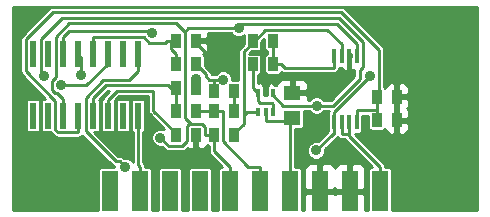
<source format=gbl>
%FSLAX46Y46*%
G04 Gerber Fmt 4.6, Leading zero omitted, Abs format (unit mm)*
G04 Created by KiCad (PCBNEW (2014-09-02 BZR 5112)-product) date 2014-11-08 5:57:07 PM*
%MOMM*%
G01*
G04 APERTURE LIST*
%ADD10C,0.150000*%
%ADD11R,0.299720X1.300480*%
%ADD12R,0.398780X0.797560*%
%ADD13R,0.599440X2.199640*%
%ADD14R,1.397000X1.143000*%
%ADD15R,0.812800X1.143000*%
%ADD16R,1.350000X3.500000*%
%ADD17C,0.889000*%
%ADD18C,0.254000*%
G04 APERTURE END LIST*
D10*
D11*
X125544600Y-87556000D03*
X126179600Y-87556000D03*
X126840000Y-87556000D03*
X127475000Y-87556000D03*
X127475000Y-93144000D03*
X126827300Y-93144000D03*
X126179600Y-93144000D03*
X125531900Y-93144000D03*
D12*
X119102300Y-90702440D03*
X119750000Y-90702440D03*
X120397700Y-90702440D03*
X120397700Y-92297560D03*
X119750000Y-92297560D03*
X119102300Y-92297560D03*
D13*
X108945000Y-92598420D03*
X107675000Y-92598420D03*
X106405000Y-92598420D03*
X105135000Y-92598420D03*
X103865000Y-92598420D03*
X102595000Y-92598420D03*
X101325000Y-92598420D03*
X100055000Y-92598420D03*
X100055000Y-87401580D03*
X101325000Y-87401580D03*
X102595000Y-87401580D03*
X103865000Y-87401580D03*
X105135000Y-87401580D03*
X106405000Y-87401580D03*
X107675000Y-87401580D03*
X108945000Y-87401580D03*
D14*
X122000000Y-92829500D03*
X122000000Y-90670500D03*
D15*
X129149100Y-93000000D03*
X130850900Y-93000000D03*
X112149100Y-88250000D03*
X113850900Y-88250000D03*
X113850900Y-86250000D03*
X112149100Y-86250000D03*
X112149100Y-92250000D03*
X113850900Y-92250000D03*
X112149100Y-90250000D03*
X113850900Y-90250000D03*
X112149100Y-94250000D03*
X113850900Y-94250000D03*
X129149100Y-91000000D03*
X130850900Y-91000000D03*
X120350900Y-86250000D03*
X118649100Y-86250000D03*
X118649100Y-88250000D03*
X120350900Y-88250000D03*
X117100900Y-94250000D03*
X115399100Y-94250000D03*
X115399100Y-92250000D03*
X117100900Y-92250000D03*
D16*
X106570000Y-99000000D03*
X109110000Y-99000000D03*
X111650000Y-99000000D03*
X114190000Y-99000000D03*
X116730000Y-99000000D03*
X119270000Y-99000000D03*
X121810000Y-99000000D03*
X124350000Y-99000000D03*
X126890000Y-99000000D03*
X129430000Y-99000000D03*
D15*
X115399100Y-90500000D03*
X117100900Y-90500000D03*
D17*
X124030000Y-95557300D03*
X128553500Y-89215700D03*
X110156500Y-85586500D03*
X110851400Y-94471500D03*
X117461800Y-85173100D03*
X106250000Y-94345942D03*
X115328574Y-88277281D03*
X113900000Y-89469202D03*
X117137779Y-88253952D03*
X98706800Y-95100000D03*
X119750000Y-89835900D03*
X110150000Y-96100000D03*
X126950000Y-89100000D03*
X129800000Y-85600000D03*
X100977000Y-89238500D03*
X124066400Y-91750000D03*
X107829470Y-96926421D03*
X116167031Y-89552591D03*
X104165436Y-89150664D03*
X102442610Y-90027492D03*
D18*
X125531900Y-93144000D02*
X125531900Y-94124700D01*
X124030000Y-95557300D02*
X125462600Y-94124700D01*
X125462600Y-94124700D02*
X125531900Y-94124700D01*
X102595000Y-87401600D02*
X102595000Y-85971300D01*
X110156500Y-85586500D02*
X110049900Y-85479900D01*
X110049900Y-85479900D02*
X103086400Y-85479900D01*
X103086400Y-85479900D02*
X102595000Y-85971300D01*
X125531900Y-92311250D02*
X128553500Y-89289650D01*
X128553500Y-89289650D02*
X128553500Y-89215700D01*
X125531900Y-93144000D02*
X125531900Y-92311250D01*
X113374100Y-93262300D02*
X112892200Y-92780500D01*
X112892200Y-92780500D02*
X112892200Y-85488100D01*
X114662200Y-94250000D02*
X114662200Y-93605200D01*
X114662200Y-93605200D02*
X114404900Y-93347900D01*
X114404900Y-93347900D02*
X113459600Y-93347900D01*
X113459600Y-93347900D02*
X113374100Y-93262300D01*
X113374100Y-93262300D02*
X113113900Y-93522500D01*
X113113900Y-93522500D02*
X113113900Y-94737000D01*
X113113900Y-94737000D02*
X112698800Y-95152100D01*
X112698800Y-95152100D02*
X111532000Y-95152100D01*
X111532000Y-95152100D02*
X110851400Y-94471500D01*
X117461800Y-85173100D02*
X117772200Y-84862700D01*
X117772200Y-84862700D02*
X125762400Y-84862700D01*
X125762400Y-84862700D02*
X127475000Y-86575300D01*
X115399100Y-94250000D02*
X114662200Y-94250000D01*
X112892200Y-85488100D02*
X113207200Y-85173100D01*
X113207200Y-85173100D02*
X117461800Y-85173100D01*
X116730000Y-96919500D02*
X115399100Y-95588600D01*
X115399100Y-95588600D02*
X115399100Y-94250000D01*
X127475000Y-87556000D02*
X127475000Y-86575300D01*
X116730000Y-99000000D02*
X116730000Y-96919500D01*
X101964700Y-85934600D02*
X103113300Y-84786000D01*
X103113300Y-84786000D02*
X112190100Y-84786000D01*
X101650579Y-89688156D02*
X101964700Y-89374035D01*
X102595000Y-92598400D02*
X102595000Y-91227926D01*
X101929898Y-90711189D02*
X101650579Y-90431870D01*
X102595000Y-91227926D02*
X102078263Y-90711189D01*
X102078263Y-90711189D02*
X101929898Y-90711189D01*
X101964700Y-89374035D02*
X101964700Y-85934600D01*
X112190100Y-84786000D02*
X112892200Y-85488100D01*
X101650579Y-90431870D02*
X101650579Y-89688156D01*
X115328574Y-88277281D02*
X115328574Y-88681843D01*
X117137779Y-88253952D02*
X115756465Y-88253952D01*
X115756465Y-88253952D02*
X115328574Y-88681843D01*
X115328574Y-88053226D02*
X115328574Y-88277281D01*
X113900000Y-89469202D02*
X113900000Y-90200900D01*
X113900000Y-90200900D02*
X113850900Y-90250000D01*
X115328574Y-87892774D02*
X115328574Y-88053226D01*
X113850900Y-86415100D02*
X115328574Y-87892774D01*
X113850900Y-86250000D02*
X113850900Y-86415100D01*
X98706800Y-95006800D02*
X98706800Y-94906800D01*
X98706800Y-95100000D02*
X98706800Y-95006800D01*
X98706800Y-95100000D02*
X98706800Y-95006800D01*
X98706800Y-95006800D02*
X98400000Y-94700000D01*
X98400000Y-94700000D02*
X98400000Y-83400000D01*
X98400000Y-83400000D02*
X137600000Y-83400000D01*
X137600000Y-83400000D02*
X137600000Y-100600000D01*
X137600000Y-100600000D02*
X130500000Y-100600000D01*
X119750000Y-90702400D02*
X119750000Y-89835900D01*
X126840000Y-88990000D02*
X126950000Y-89100000D01*
X126840000Y-87556000D02*
X126840000Y-88990000D01*
X120397700Y-90702400D02*
X120397700Y-90882100D01*
X120397700Y-90882100D02*
X121265600Y-91750000D01*
X121265600Y-91750000D02*
X124066400Y-91750000D01*
X102530700Y-84315200D02*
X100694700Y-86151200D01*
X124066400Y-91750000D02*
X125446558Y-91750000D01*
X127724701Y-89471857D02*
X127724701Y-88720316D01*
X127724701Y-88720316D02*
X127960500Y-88484517D01*
X127960500Y-88484517D02*
X127960500Y-86350500D01*
X127960500Y-86350500D02*
X125925200Y-84315200D01*
X100694700Y-86151200D02*
X100694700Y-88956200D01*
X125446558Y-91750000D02*
X127724701Y-89471857D01*
X125925200Y-84315200D02*
X102530700Y-84315200D01*
X100694700Y-88956200D02*
X100977000Y-89238500D01*
X115399100Y-92250000D02*
X116136000Y-92250000D01*
X119270000Y-99000000D02*
X119270000Y-96919500D01*
X119270000Y-96919500D02*
X118264500Y-96919500D01*
X118264500Y-96919500D02*
X116136000Y-94791000D01*
X116136000Y-94791000D02*
X116136000Y-92250000D01*
X115399100Y-92250000D02*
X113850900Y-92250000D01*
X107052105Y-96481922D02*
X107384971Y-96481922D01*
X104504700Y-93934517D02*
X107052105Y-96481922D01*
X104504700Y-91107116D02*
X104504700Y-93934517D01*
X106026235Y-89585581D02*
X104504700Y-91107116D01*
X108945000Y-88831900D02*
X108191320Y-89585580D01*
X108945000Y-87401600D02*
X108945000Y-88831900D01*
X107384971Y-96481922D02*
X107829470Y-96926421D01*
X108191320Y-89585580D02*
X106026235Y-89585581D01*
X108945000Y-94028700D02*
X108945000Y-96754500D01*
X108945000Y-96754500D02*
X109110000Y-96919500D01*
X109110000Y-99000000D02*
X109110000Y-96919500D01*
X108945000Y-92598400D02*
X108945000Y-94028700D01*
X126827300Y-94124700D02*
X126827300Y-93144000D01*
X129430000Y-96919500D02*
X126827300Y-94316800D01*
X126827300Y-94316800D02*
X126827300Y-94124700D01*
X126179600Y-94124700D02*
X126827300Y-94124700D01*
X126179600Y-93144000D02*
X126179600Y-94124700D01*
X129430000Y-99000000D02*
X129430000Y-96919500D01*
X121810000Y-93026900D02*
X119750000Y-93026900D01*
X122000000Y-93026700D02*
X121999800Y-93026900D01*
X121999800Y-93026900D02*
X121810000Y-93026900D01*
X121810000Y-96919500D02*
X121810000Y-93026900D01*
X121810000Y-99000000D02*
X121810000Y-96919500D01*
X119750000Y-92297600D02*
X119750000Y-93026900D01*
X122000000Y-92829500D02*
X122000000Y-93026700D01*
X114988391Y-89552591D02*
X115303300Y-89552591D01*
X115303300Y-89552591D02*
X115538414Y-89552591D01*
X115399100Y-90500000D02*
X115399100Y-89674500D01*
X115399100Y-89674500D02*
X115303300Y-89578700D01*
X115303300Y-89578700D02*
X115303300Y-89552591D01*
X115399100Y-90500000D02*
X115399100Y-90334900D01*
X115538414Y-89552591D02*
X116167031Y-89552591D01*
X114674701Y-89238901D02*
X114988391Y-89552591D01*
X114674701Y-89097345D02*
X114674701Y-89238901D01*
X113850900Y-88250000D02*
X113850900Y-88273544D01*
X113850900Y-88273544D02*
X114674701Y-89097345D01*
X120350900Y-88250000D02*
X121087800Y-88250000D01*
X121087800Y-88250000D02*
X121374500Y-88536700D01*
X121374500Y-88536700D02*
X125544600Y-88536700D01*
X120350900Y-88250000D02*
X120350900Y-86250000D01*
X125544600Y-87556000D02*
X125544600Y-88536700D01*
X117912499Y-93273301D02*
X117912499Y-92583000D01*
X117912499Y-92583000D02*
X117912499Y-87170901D01*
X119102300Y-92297560D02*
X118197939Y-92297560D01*
X118197939Y-92297560D02*
X117912499Y-92583000D01*
X117100900Y-94250000D02*
X117100900Y-94084900D01*
X117100900Y-94084900D02*
X117912499Y-93273301D01*
X117912499Y-87170901D02*
X118833400Y-86250000D01*
X118833400Y-86250000D02*
X119735500Y-85347900D01*
X119735500Y-85347900D02*
X124952200Y-85347900D01*
X124952200Y-85347900D02*
X126179600Y-86575300D01*
X126179600Y-87556000D02*
X126179600Y-86575300D01*
X118649100Y-86250000D02*
X118833400Y-86250000D01*
X129149100Y-92163300D02*
X129149100Y-91000000D01*
X129149100Y-92163300D02*
X129149100Y-93000000D01*
X129149100Y-92163300D02*
X127475000Y-92163300D01*
X127475000Y-93144000D02*
X127475000Y-92163300D01*
X101955300Y-93827500D02*
X102156500Y-94028700D01*
X99424700Y-86146300D02*
X99424700Y-88852583D01*
X101790516Y-91168399D02*
X101955300Y-91333183D01*
X101740516Y-91168399D02*
X101790516Y-91168399D01*
X129359100Y-90790000D02*
X129359100Y-87038900D01*
X126177800Y-83857600D02*
X101713400Y-83857600D01*
X102156500Y-94028700D02*
X103865000Y-94028700D01*
X103865000Y-94028700D02*
X103865000Y-92598400D01*
X129359100Y-87038900D02*
X126177800Y-83857600D01*
X129149100Y-91000000D02*
X129359100Y-90790000D01*
X99424700Y-88852583D02*
X101740516Y-91168399D01*
X101955300Y-91333183D02*
X101955300Y-93827500D01*
X101713400Y-83857600D02*
X99424700Y-86146300D01*
X118649100Y-88250000D02*
X118649100Y-89152000D01*
X119102000Y-90702400D02*
X118649100Y-90249500D01*
X118649100Y-90249500D02*
X118649100Y-89152000D01*
X119102300Y-90702400D02*
X119102000Y-90702400D01*
X119102000Y-90702400D02*
X119102000Y-91355200D01*
X119102000Y-91355200D02*
X119316000Y-91568600D01*
X119316000Y-91568600D02*
X120321000Y-91568600D01*
X120321000Y-91568600D02*
X120398000Y-91644800D01*
X120398000Y-91644800D02*
X120398000Y-91971200D01*
X120398000Y-91971200D02*
X120397700Y-91971500D01*
X120397700Y-91971500D02*
X120397700Y-92297600D01*
X120398000Y-91971200D02*
X120398000Y-92297600D01*
X104165436Y-88522047D02*
X104165436Y-89150664D01*
X104165436Y-87702036D02*
X104165436Y-88522047D01*
X103865000Y-87401600D02*
X104165436Y-87702036D01*
X112149100Y-88250000D02*
X112149100Y-87348000D01*
X111780700Y-86250000D02*
X111780700Y-86979600D01*
X111780700Y-86979600D02*
X112149100Y-87348000D01*
X111780700Y-86250000D02*
X111412200Y-86250000D01*
X112149100Y-86250000D02*
X111780700Y-86250000D01*
X105135000Y-85971300D02*
X109445300Y-85971300D01*
X109445300Y-85971300D02*
X109890500Y-86416500D01*
X109890500Y-86416500D02*
X111245700Y-86416500D01*
X111245700Y-86416500D02*
X111412200Y-86250000D01*
X105135000Y-87401600D02*
X105135000Y-85971300D01*
X103071227Y-90027492D02*
X102442610Y-90027492D01*
X106405000Y-88201680D02*
X104579188Y-90027492D01*
X104579188Y-90027492D02*
X103071227Y-90027492D01*
X106405000Y-87401580D02*
X106405000Y-88201680D01*
X105135000Y-91123408D02*
X105135000Y-92598400D01*
X106215618Y-90042790D02*
X105135000Y-91123408D01*
X111501690Y-90042790D02*
X106215618Y-90042790D01*
X112149100Y-90690200D02*
X111501690Y-90042790D01*
X112149100Y-90690200D02*
X112149100Y-90250000D01*
X112149100Y-92250000D02*
X112149100Y-90690200D01*
X112149100Y-94250000D02*
X112149100Y-94084900D01*
X112149100Y-94084900D02*
X110250000Y-92185800D01*
X110250000Y-92185800D02*
X110250000Y-90500000D01*
X107149600Y-90500000D02*
X110250000Y-90500000D01*
X106405000Y-92598420D02*
X106405000Y-91244600D01*
X106405000Y-91244600D02*
X107149600Y-90500000D01*
X117100900Y-90500000D02*
X117100900Y-92250000D01*
X117100900Y-92250000D02*
X117100900Y-91848700D01*
G36*
X113997900Y-90377000D02*
X113977900Y-90377000D01*
X113977900Y-90397000D01*
X113723900Y-90397000D01*
X113723900Y-90377000D01*
X113703900Y-90377000D01*
X113703900Y-90123000D01*
X113723900Y-90123000D01*
X113723900Y-90103000D01*
X113977900Y-90103000D01*
X113977900Y-90123000D01*
X113997900Y-90123000D01*
X113997900Y-90377000D01*
X113997900Y-90377000D01*
G37*
X113997900Y-90377000D02*
X113977900Y-90377000D01*
X113977900Y-90397000D01*
X113723900Y-90397000D01*
X113723900Y-90377000D01*
X113703900Y-90377000D01*
X113703900Y-90123000D01*
X113723900Y-90123000D01*
X113723900Y-90103000D01*
X113977900Y-90103000D01*
X113977900Y-90123000D01*
X113997900Y-90123000D01*
X113997900Y-90377000D01*
G36*
X116083722Y-96919800D02*
X115989319Y-96919800D01*
X115867957Y-96970070D01*
X115775070Y-97062957D01*
X115724800Y-97184319D01*
X115724800Y-97315681D01*
X115724800Y-100619800D01*
X115195200Y-100619800D01*
X115195200Y-97184319D01*
X115144930Y-97062957D01*
X115052043Y-96970070D01*
X114930681Y-96919800D01*
X114799319Y-96919800D01*
X113449319Y-96919800D01*
X113327957Y-96970070D01*
X113235070Y-97062957D01*
X113184800Y-97184319D01*
X113184800Y-97315681D01*
X113184800Y-100619800D01*
X112655200Y-100619800D01*
X112655200Y-97184319D01*
X112604930Y-97062957D01*
X112512043Y-96970070D01*
X112390681Y-96919800D01*
X112259319Y-96919800D01*
X110909319Y-96919800D01*
X110787957Y-96970070D01*
X110695070Y-97062957D01*
X110644800Y-97184319D01*
X110644800Y-97315681D01*
X110644800Y-100619800D01*
X110115200Y-100619800D01*
X110115200Y-97184319D01*
X110064930Y-97062957D01*
X109972043Y-96970070D01*
X109850681Y-96919800D01*
X109719319Y-96919800D01*
X109567200Y-96919800D01*
X109567200Y-96919500D01*
X109532398Y-96744537D01*
X109433289Y-96596211D01*
X109402200Y-96565122D01*
X109402200Y-94028700D01*
X109402200Y-93990415D01*
X109431763Y-93978170D01*
X109524650Y-93885283D01*
X109574920Y-93763921D01*
X109574920Y-93632559D01*
X109574920Y-91432919D01*
X109524650Y-91311557D01*
X109431763Y-91218670D01*
X109310401Y-91168400D01*
X109179039Y-91168400D01*
X108579599Y-91168400D01*
X108458237Y-91218670D01*
X108365350Y-91311557D01*
X108315080Y-91432919D01*
X108315080Y-91564281D01*
X108315080Y-93763921D01*
X108365350Y-93885283D01*
X108458237Y-93978170D01*
X108487800Y-93990415D01*
X108487800Y-94028700D01*
X108487800Y-96491039D01*
X108486611Y-96488162D01*
X108304920Y-96306153D01*
X108304920Y-93763921D01*
X108304920Y-93632559D01*
X108304920Y-91432919D01*
X108254650Y-91311557D01*
X108161763Y-91218670D01*
X108040401Y-91168400D01*
X107909039Y-91168400D01*
X107309599Y-91168400D01*
X107188237Y-91218670D01*
X107095350Y-91311557D01*
X107045080Y-91432919D01*
X107045080Y-91564281D01*
X107045080Y-93763921D01*
X107095350Y-93885283D01*
X107188237Y-93978170D01*
X107309599Y-94028440D01*
X107440961Y-94028440D01*
X108040401Y-94028440D01*
X108161763Y-93978170D01*
X108254650Y-93885283D01*
X108304920Y-93763921D01*
X108304920Y-96306153D01*
X108268875Y-96270045D01*
X107984243Y-96151856D01*
X107697743Y-96151605D01*
X107559934Y-96059524D01*
X107384971Y-96024722D01*
X107241482Y-96024722D01*
X105245200Y-94028440D01*
X105500401Y-94028440D01*
X105621763Y-93978170D01*
X105714650Y-93885283D01*
X105764920Y-93763921D01*
X105764920Y-93632559D01*
X105764920Y-91432919D01*
X105714650Y-91311557D01*
X105654039Y-91250946D01*
X106404996Y-90499990D01*
X106503031Y-90499990D01*
X106081711Y-90921311D01*
X105982602Y-91069637D01*
X105956075Y-91202996D01*
X105918237Y-91218670D01*
X105825350Y-91311557D01*
X105775080Y-91432919D01*
X105775080Y-91564281D01*
X105775080Y-93763921D01*
X105825350Y-93885283D01*
X105918237Y-93978170D01*
X106039599Y-94028440D01*
X106170961Y-94028440D01*
X106770401Y-94028440D01*
X106891763Y-93978170D01*
X106984650Y-93885283D01*
X107034920Y-93763921D01*
X107034920Y-93632559D01*
X107034920Y-91432919D01*
X106984650Y-91311557D01*
X106984635Y-91311542D01*
X107338978Y-90957200D01*
X109792800Y-90957200D01*
X109792800Y-92185800D01*
X109827602Y-92360763D01*
X109926711Y-92509089D01*
X111191519Y-93773897D01*
X111006173Y-93696935D01*
X110697979Y-93696666D01*
X110413141Y-93814359D01*
X110195024Y-94032095D01*
X110076835Y-94316727D01*
X110076566Y-94624921D01*
X110194259Y-94909759D01*
X110411995Y-95127876D01*
X110696627Y-95246065D01*
X110979634Y-95246312D01*
X111208711Y-95475389D01*
X111357037Y-95574498D01*
X111532000Y-95609300D01*
X112698800Y-95609300D01*
X112873763Y-95574498D01*
X113022089Y-95475389D01*
X113122171Y-95375306D01*
X113318191Y-95456500D01*
X113565150Y-95456500D01*
X113723900Y-95297750D01*
X113723900Y-94377000D01*
X113703900Y-94377000D01*
X113703900Y-94123000D01*
X113723900Y-94123000D01*
X113723900Y-94103000D01*
X113977900Y-94103000D01*
X113977900Y-94123000D01*
X113997900Y-94123000D01*
X113997900Y-94377000D01*
X113977900Y-94377000D01*
X113977900Y-95297750D01*
X114136650Y-95456500D01*
X114383609Y-95456500D01*
X114616998Y-95359827D01*
X114795627Y-95181199D01*
X114825298Y-95109565D01*
X114927019Y-95151700D01*
X114941900Y-95151700D01*
X114941900Y-95588600D01*
X114976702Y-95763563D01*
X115075811Y-95911889D01*
X116083722Y-96919800D01*
X116083722Y-96919800D01*
G37*
X116083722Y-96919800D02*
X115989319Y-96919800D01*
X115867957Y-96970070D01*
X115775070Y-97062957D01*
X115724800Y-97184319D01*
X115724800Y-97315681D01*
X115724800Y-100619800D01*
X115195200Y-100619800D01*
X115195200Y-97184319D01*
X115144930Y-97062957D01*
X115052043Y-96970070D01*
X114930681Y-96919800D01*
X114799319Y-96919800D01*
X113449319Y-96919800D01*
X113327957Y-96970070D01*
X113235070Y-97062957D01*
X113184800Y-97184319D01*
X113184800Y-97315681D01*
X113184800Y-100619800D01*
X112655200Y-100619800D01*
X112655200Y-97184319D01*
X112604930Y-97062957D01*
X112512043Y-96970070D01*
X112390681Y-96919800D01*
X112259319Y-96919800D01*
X110909319Y-96919800D01*
X110787957Y-96970070D01*
X110695070Y-97062957D01*
X110644800Y-97184319D01*
X110644800Y-97315681D01*
X110644800Y-100619800D01*
X110115200Y-100619800D01*
X110115200Y-97184319D01*
X110064930Y-97062957D01*
X109972043Y-96970070D01*
X109850681Y-96919800D01*
X109719319Y-96919800D01*
X109567200Y-96919800D01*
X109567200Y-96919500D01*
X109532398Y-96744537D01*
X109433289Y-96596211D01*
X109402200Y-96565122D01*
X109402200Y-94028700D01*
X109402200Y-93990415D01*
X109431763Y-93978170D01*
X109524650Y-93885283D01*
X109574920Y-93763921D01*
X109574920Y-93632559D01*
X109574920Y-91432919D01*
X109524650Y-91311557D01*
X109431763Y-91218670D01*
X109310401Y-91168400D01*
X109179039Y-91168400D01*
X108579599Y-91168400D01*
X108458237Y-91218670D01*
X108365350Y-91311557D01*
X108315080Y-91432919D01*
X108315080Y-91564281D01*
X108315080Y-93763921D01*
X108365350Y-93885283D01*
X108458237Y-93978170D01*
X108487800Y-93990415D01*
X108487800Y-94028700D01*
X108487800Y-96491039D01*
X108486611Y-96488162D01*
X108304920Y-96306153D01*
X108304920Y-93763921D01*
X108304920Y-93632559D01*
X108304920Y-91432919D01*
X108254650Y-91311557D01*
X108161763Y-91218670D01*
X108040401Y-91168400D01*
X107909039Y-91168400D01*
X107309599Y-91168400D01*
X107188237Y-91218670D01*
X107095350Y-91311557D01*
X107045080Y-91432919D01*
X107045080Y-91564281D01*
X107045080Y-93763921D01*
X107095350Y-93885283D01*
X107188237Y-93978170D01*
X107309599Y-94028440D01*
X107440961Y-94028440D01*
X108040401Y-94028440D01*
X108161763Y-93978170D01*
X108254650Y-93885283D01*
X108304920Y-93763921D01*
X108304920Y-96306153D01*
X108268875Y-96270045D01*
X107984243Y-96151856D01*
X107697743Y-96151605D01*
X107559934Y-96059524D01*
X107384971Y-96024722D01*
X107241482Y-96024722D01*
X105245200Y-94028440D01*
X105500401Y-94028440D01*
X105621763Y-93978170D01*
X105714650Y-93885283D01*
X105764920Y-93763921D01*
X105764920Y-93632559D01*
X105764920Y-91432919D01*
X105714650Y-91311557D01*
X105654039Y-91250946D01*
X106404996Y-90499990D01*
X106503031Y-90499990D01*
X106081711Y-90921311D01*
X105982602Y-91069637D01*
X105956075Y-91202996D01*
X105918237Y-91218670D01*
X105825350Y-91311557D01*
X105775080Y-91432919D01*
X105775080Y-91564281D01*
X105775080Y-93763921D01*
X105825350Y-93885283D01*
X105918237Y-93978170D01*
X106039599Y-94028440D01*
X106170961Y-94028440D01*
X106770401Y-94028440D01*
X106891763Y-93978170D01*
X106984650Y-93885283D01*
X107034920Y-93763921D01*
X107034920Y-93632559D01*
X107034920Y-91432919D01*
X106984650Y-91311557D01*
X106984635Y-91311542D01*
X107338978Y-90957200D01*
X109792800Y-90957200D01*
X109792800Y-92185800D01*
X109827602Y-92360763D01*
X109926711Y-92509089D01*
X111191519Y-93773897D01*
X111006173Y-93696935D01*
X110697979Y-93696666D01*
X110413141Y-93814359D01*
X110195024Y-94032095D01*
X110076835Y-94316727D01*
X110076566Y-94624921D01*
X110194259Y-94909759D01*
X110411995Y-95127876D01*
X110696627Y-95246065D01*
X110979634Y-95246312D01*
X111208711Y-95475389D01*
X111357037Y-95574498D01*
X111532000Y-95609300D01*
X112698800Y-95609300D01*
X112873763Y-95574498D01*
X113022089Y-95475389D01*
X113122171Y-95375306D01*
X113318191Y-95456500D01*
X113565150Y-95456500D01*
X113723900Y-95297750D01*
X113723900Y-94377000D01*
X113703900Y-94377000D01*
X113703900Y-94123000D01*
X113723900Y-94123000D01*
X113723900Y-94103000D01*
X113977900Y-94103000D01*
X113977900Y-94123000D01*
X113997900Y-94123000D01*
X113997900Y-94377000D01*
X113977900Y-94377000D01*
X113977900Y-95297750D01*
X114136650Y-95456500D01*
X114383609Y-95456500D01*
X114616998Y-95359827D01*
X114795627Y-95181199D01*
X114825298Y-95109565D01*
X114927019Y-95151700D01*
X114941900Y-95151700D01*
X114941900Y-95588600D01*
X114976702Y-95763563D01*
X115075811Y-95911889D01*
X116083722Y-96919800D01*
G36*
X117912500Y-86524322D02*
X117589210Y-86847612D01*
X117490101Y-86995938D01*
X117455299Y-87170901D01*
X117455299Y-89598300D01*
X117441619Y-89598300D01*
X116941691Y-89598300D01*
X116941865Y-89399170D01*
X116824172Y-89114332D01*
X116606436Y-88896215D01*
X116321804Y-88778026D01*
X116013610Y-88777757D01*
X115728772Y-88895450D01*
X115528481Y-89095391D01*
X115303300Y-89095391D01*
X115177769Y-89095391D01*
X115120026Y-89037648D01*
X115097099Y-88922382D01*
X114997991Y-88774056D01*
X114587500Y-88363565D01*
X114587500Y-87612819D01*
X114537230Y-87491457D01*
X114467517Y-87421744D01*
X114616998Y-87359827D01*
X114795627Y-87181199D01*
X114892300Y-86947810D01*
X114892300Y-86695191D01*
X114892300Y-86535750D01*
X114733550Y-86377000D01*
X113977900Y-86377000D01*
X113977900Y-86397000D01*
X113723900Y-86397000D01*
X113723900Y-86377000D01*
X113703900Y-86377000D01*
X113703900Y-86123000D01*
X113723900Y-86123000D01*
X113723900Y-86103000D01*
X113977900Y-86103000D01*
X113977900Y-86123000D01*
X114733550Y-86123000D01*
X114892300Y-85964250D01*
X114892300Y-85804809D01*
X114892300Y-85630300D01*
X116823566Y-85630300D01*
X117022395Y-85829476D01*
X117307027Y-85947665D01*
X117615221Y-85947934D01*
X117900059Y-85830241D01*
X117912500Y-85817821D01*
X117912500Y-86524322D01*
X117912500Y-86524322D01*
G37*
X117912500Y-86524322D02*
X117589210Y-86847612D01*
X117490101Y-86995938D01*
X117455299Y-87170901D01*
X117455299Y-89598300D01*
X117441619Y-89598300D01*
X116941691Y-89598300D01*
X116941865Y-89399170D01*
X116824172Y-89114332D01*
X116606436Y-88896215D01*
X116321804Y-88778026D01*
X116013610Y-88777757D01*
X115728772Y-88895450D01*
X115528481Y-89095391D01*
X115303300Y-89095391D01*
X115177769Y-89095391D01*
X115120026Y-89037648D01*
X115097099Y-88922382D01*
X114997991Y-88774056D01*
X114587500Y-88363565D01*
X114587500Y-87612819D01*
X114537230Y-87491457D01*
X114467517Y-87421744D01*
X114616998Y-87359827D01*
X114795627Y-87181199D01*
X114892300Y-86947810D01*
X114892300Y-86695191D01*
X114892300Y-86535750D01*
X114733550Y-86377000D01*
X113977900Y-86377000D01*
X113977900Y-86397000D01*
X113723900Y-86397000D01*
X113723900Y-86377000D01*
X113703900Y-86377000D01*
X113703900Y-86123000D01*
X113723900Y-86123000D01*
X113723900Y-86103000D01*
X113977900Y-86103000D01*
X113977900Y-86123000D01*
X114733550Y-86123000D01*
X114892300Y-85964250D01*
X114892300Y-85804809D01*
X114892300Y-85630300D01*
X116823566Y-85630300D01*
X117022395Y-85829476D01*
X117307027Y-85947665D01*
X117615221Y-85947934D01*
X117900059Y-85830241D01*
X117912500Y-85817821D01*
X117912500Y-86524322D01*
G36*
X127267501Y-89282479D02*
X125257180Y-91292800D01*
X124704633Y-91292800D01*
X124505805Y-91093624D01*
X124221173Y-90975435D01*
X123912979Y-90975166D01*
X123628141Y-91092859D01*
X123427850Y-91292800D01*
X123333500Y-91292800D01*
X123333500Y-90956250D01*
X123333500Y-90384750D01*
X123333500Y-89972691D01*
X123236827Y-89739302D01*
X123058199Y-89560673D01*
X122824810Y-89464000D01*
X122572191Y-89464000D01*
X122285750Y-89464000D01*
X122127000Y-89622750D01*
X122127000Y-90543500D01*
X123174750Y-90543500D01*
X123333500Y-90384750D01*
X123333500Y-90956250D01*
X123174750Y-90797500D01*
X122127000Y-90797500D01*
X122127000Y-90817500D01*
X121873000Y-90817500D01*
X121873000Y-90797500D01*
X121853000Y-90797500D01*
X121853000Y-90543500D01*
X121873000Y-90543500D01*
X121873000Y-89622750D01*
X121714250Y-89464000D01*
X121427809Y-89464000D01*
X121175190Y-89464000D01*
X120941801Y-89560673D01*
X120763173Y-89739302D01*
X120666500Y-89972691D01*
X120666500Y-89975004D01*
X120662771Y-89973460D01*
X120531409Y-89973460D01*
X120499935Y-89973460D01*
X120487717Y-89943961D01*
X120309088Y-89765333D01*
X120075699Y-89668660D01*
X120008445Y-89668660D01*
X119849695Y-89827410D01*
X119849695Y-90575440D01*
X119868110Y-90575440D01*
X119868110Y-90829440D01*
X119849695Y-90829440D01*
X119849695Y-90849440D01*
X119650305Y-90849440D01*
X119650305Y-90829440D01*
X119631890Y-90829440D01*
X119631890Y-90575440D01*
X119650305Y-90575440D01*
X119650305Y-89827410D01*
X119491555Y-89668660D01*
X119424301Y-89668660D01*
X119190912Y-89765333D01*
X119106300Y-89849944D01*
X119106300Y-89152000D01*
X119106300Y-89151700D01*
X119121181Y-89151700D01*
X119242543Y-89101430D01*
X119335430Y-89008543D01*
X119385700Y-88887181D01*
X119385700Y-88755819D01*
X119385700Y-87612819D01*
X119335430Y-87491457D01*
X119242543Y-87398570D01*
X119121181Y-87348300D01*
X118989819Y-87348300D01*
X118381678Y-87348300D01*
X118578278Y-87151700D01*
X119121181Y-87151700D01*
X119242543Y-87101430D01*
X119335430Y-87008543D01*
X119385700Y-86887181D01*
X119385700Y-86755819D01*
X119385700Y-86344278D01*
X119614300Y-86115678D01*
X119614300Y-86887181D01*
X119664570Y-87008543D01*
X119757457Y-87101430D01*
X119878819Y-87151700D01*
X119893700Y-87151700D01*
X119893700Y-87348300D01*
X119878819Y-87348300D01*
X119757457Y-87398570D01*
X119664570Y-87491457D01*
X119614300Y-87612819D01*
X119614300Y-87744181D01*
X119614300Y-88887181D01*
X119664570Y-89008543D01*
X119757457Y-89101430D01*
X119878819Y-89151700D01*
X120010181Y-89151700D01*
X120822981Y-89151700D01*
X120944343Y-89101430D01*
X121037230Y-89008543D01*
X121087500Y-88887181D01*
X121087500Y-88884236D01*
X121199537Y-88959098D01*
X121374500Y-88993900D01*
X125544600Y-88993900D01*
X125719563Y-88959098D01*
X125867889Y-88859989D01*
X125966998Y-88711663D01*
X126001800Y-88536700D01*
X126001800Y-88536440D01*
X126095421Y-88536440D01*
X126139594Y-88536440D01*
X126151813Y-88565939D01*
X126330442Y-88744567D01*
X126563831Y-88841240D01*
X126606320Y-88841240D01*
X126765070Y-88682490D01*
X126765070Y-87683000D01*
X126693000Y-87683000D01*
X126693000Y-87429000D01*
X126765070Y-87429000D01*
X126765070Y-87409000D01*
X126914930Y-87409000D01*
X126914930Y-87429000D01*
X126987000Y-87429000D01*
X126987000Y-87683000D01*
X126914930Y-87683000D01*
X126914930Y-88682490D01*
X127073680Y-88841240D01*
X127116169Y-88841240D01*
X127267501Y-88778556D01*
X127267501Y-89282479D01*
X127267501Y-89282479D01*
G37*
X127267501Y-89282479D02*
X125257180Y-91292800D01*
X124704633Y-91292800D01*
X124505805Y-91093624D01*
X124221173Y-90975435D01*
X123912979Y-90975166D01*
X123628141Y-91092859D01*
X123427850Y-91292800D01*
X123333500Y-91292800D01*
X123333500Y-90956250D01*
X123333500Y-90384750D01*
X123333500Y-89972691D01*
X123236827Y-89739302D01*
X123058199Y-89560673D01*
X122824810Y-89464000D01*
X122572191Y-89464000D01*
X122285750Y-89464000D01*
X122127000Y-89622750D01*
X122127000Y-90543500D01*
X123174750Y-90543500D01*
X123333500Y-90384750D01*
X123333500Y-90956250D01*
X123174750Y-90797500D01*
X122127000Y-90797500D01*
X122127000Y-90817500D01*
X121873000Y-90817500D01*
X121873000Y-90797500D01*
X121853000Y-90797500D01*
X121853000Y-90543500D01*
X121873000Y-90543500D01*
X121873000Y-89622750D01*
X121714250Y-89464000D01*
X121427809Y-89464000D01*
X121175190Y-89464000D01*
X120941801Y-89560673D01*
X120763173Y-89739302D01*
X120666500Y-89972691D01*
X120666500Y-89975004D01*
X120662771Y-89973460D01*
X120531409Y-89973460D01*
X120499935Y-89973460D01*
X120487717Y-89943961D01*
X120309088Y-89765333D01*
X120075699Y-89668660D01*
X120008445Y-89668660D01*
X119849695Y-89827410D01*
X119849695Y-90575440D01*
X119868110Y-90575440D01*
X119868110Y-90829440D01*
X119849695Y-90829440D01*
X119849695Y-90849440D01*
X119650305Y-90849440D01*
X119650305Y-90829440D01*
X119631890Y-90829440D01*
X119631890Y-90575440D01*
X119650305Y-90575440D01*
X119650305Y-89827410D01*
X119491555Y-89668660D01*
X119424301Y-89668660D01*
X119190912Y-89765333D01*
X119106300Y-89849944D01*
X119106300Y-89152000D01*
X119106300Y-89151700D01*
X119121181Y-89151700D01*
X119242543Y-89101430D01*
X119335430Y-89008543D01*
X119385700Y-88887181D01*
X119385700Y-88755819D01*
X119385700Y-87612819D01*
X119335430Y-87491457D01*
X119242543Y-87398570D01*
X119121181Y-87348300D01*
X118989819Y-87348300D01*
X118381678Y-87348300D01*
X118578278Y-87151700D01*
X119121181Y-87151700D01*
X119242543Y-87101430D01*
X119335430Y-87008543D01*
X119385700Y-86887181D01*
X119385700Y-86755819D01*
X119385700Y-86344278D01*
X119614300Y-86115678D01*
X119614300Y-86887181D01*
X119664570Y-87008543D01*
X119757457Y-87101430D01*
X119878819Y-87151700D01*
X119893700Y-87151700D01*
X119893700Y-87348300D01*
X119878819Y-87348300D01*
X119757457Y-87398570D01*
X119664570Y-87491457D01*
X119614300Y-87612819D01*
X119614300Y-87744181D01*
X119614300Y-88887181D01*
X119664570Y-89008543D01*
X119757457Y-89101430D01*
X119878819Y-89151700D01*
X120010181Y-89151700D01*
X120822981Y-89151700D01*
X120944343Y-89101430D01*
X121037230Y-89008543D01*
X121087500Y-88887181D01*
X121087500Y-88884236D01*
X121199537Y-88959098D01*
X121374500Y-88993900D01*
X125544600Y-88993900D01*
X125719563Y-88959098D01*
X125867889Y-88859989D01*
X125966998Y-88711663D01*
X126001800Y-88536700D01*
X126001800Y-88536440D01*
X126095421Y-88536440D01*
X126139594Y-88536440D01*
X126151813Y-88565939D01*
X126330442Y-88744567D01*
X126563831Y-88841240D01*
X126606320Y-88841240D01*
X126765070Y-88682490D01*
X126765070Y-87683000D01*
X126693000Y-87683000D01*
X126693000Y-87429000D01*
X126765070Y-87429000D01*
X126765070Y-87409000D01*
X126914930Y-87409000D01*
X126914930Y-87429000D01*
X126987000Y-87429000D01*
X126987000Y-87683000D01*
X126914930Y-87683000D01*
X126914930Y-88682490D01*
X127073680Y-88841240D01*
X127116169Y-88841240D01*
X127267501Y-88778556D01*
X127267501Y-89282479D01*
G36*
X128783722Y-96919800D02*
X128689319Y-96919800D01*
X128567957Y-96970070D01*
X128475070Y-97062957D01*
X128424800Y-97184319D01*
X128424800Y-97315681D01*
X128424800Y-100619800D01*
X128200000Y-100619800D01*
X128200000Y-99285750D01*
X128200000Y-98714250D01*
X128200000Y-97376309D01*
X128200000Y-97123690D01*
X128103327Y-96890301D01*
X127924698Y-96711673D01*
X127691309Y-96615000D01*
X127175750Y-96615000D01*
X127017000Y-96773750D01*
X127017000Y-98873000D01*
X128041250Y-98873000D01*
X128200000Y-98714250D01*
X128200000Y-99285750D01*
X128041250Y-99127000D01*
X127017000Y-99127000D01*
X127017000Y-99147000D01*
X126763000Y-99147000D01*
X126763000Y-99127000D01*
X126763000Y-98873000D01*
X126763000Y-96773750D01*
X126604250Y-96615000D01*
X126088691Y-96615000D01*
X125855302Y-96711673D01*
X125676673Y-96890301D01*
X125620000Y-97027121D01*
X125563327Y-96890301D01*
X125384698Y-96711673D01*
X125151309Y-96615000D01*
X124635750Y-96615000D01*
X124477000Y-96773750D01*
X124477000Y-98873000D01*
X125501250Y-98873000D01*
X125620000Y-98754250D01*
X125738750Y-98873000D01*
X126763000Y-98873000D01*
X126763000Y-99127000D01*
X125738750Y-99127000D01*
X125620000Y-99245750D01*
X125501250Y-99127000D01*
X124477000Y-99127000D01*
X124477000Y-99147000D01*
X124223000Y-99147000D01*
X124223000Y-99127000D01*
X124223000Y-98873000D01*
X124223000Y-96773750D01*
X124064250Y-96615000D01*
X123548691Y-96615000D01*
X123315302Y-96711673D01*
X123136673Y-96890301D01*
X123040000Y-97123690D01*
X123040000Y-97376309D01*
X123040000Y-98714250D01*
X123198750Y-98873000D01*
X124223000Y-98873000D01*
X124223000Y-99127000D01*
X123198750Y-99127000D01*
X123040000Y-99285750D01*
X123040000Y-100619800D01*
X122815200Y-100619800D01*
X122815200Y-97184319D01*
X122764930Y-97062957D01*
X122672043Y-96970070D01*
X122550681Y-96919800D01*
X122419319Y-96919800D01*
X122267200Y-96919800D01*
X122267200Y-96919500D01*
X122267200Y-93731200D01*
X122764181Y-93731200D01*
X122885543Y-93680930D01*
X122978430Y-93588043D01*
X123028700Y-93466681D01*
X123028700Y-93335319D01*
X123028700Y-92207200D01*
X123428166Y-92207200D01*
X123626995Y-92406376D01*
X123911627Y-92524565D01*
X124219821Y-92524834D01*
X124504659Y-92407141D01*
X124704949Y-92207200D01*
X125095396Y-92207200D01*
X125074700Y-92311250D01*
X125074700Y-92372890D01*
X125051840Y-92428079D01*
X125051840Y-92559441D01*
X125051840Y-93859921D01*
X125060322Y-93880399D01*
X124158010Y-94782711D01*
X123876579Y-94782466D01*
X123591741Y-94900159D01*
X123373624Y-95117895D01*
X123255435Y-95402527D01*
X123255166Y-95710721D01*
X123372859Y-95995559D01*
X123590595Y-96213676D01*
X123875227Y-96331865D01*
X124183421Y-96332134D01*
X124468259Y-96214441D01*
X124686376Y-95996705D01*
X124804565Y-95712073D01*
X124804812Y-95429065D01*
X125681793Y-94552084D01*
X125706863Y-94547098D01*
X125855189Y-94447989D01*
X125855750Y-94447149D01*
X125856311Y-94447989D01*
X126004637Y-94547098D01*
X126179600Y-94581900D01*
X126465130Y-94581900D01*
X126504011Y-94640089D01*
X128783722Y-96919800D01*
X128783722Y-96919800D01*
G37*
X128783722Y-96919800D02*
X128689319Y-96919800D01*
X128567957Y-96970070D01*
X128475070Y-97062957D01*
X128424800Y-97184319D01*
X128424800Y-97315681D01*
X128424800Y-100619800D01*
X128200000Y-100619800D01*
X128200000Y-99285750D01*
X128200000Y-98714250D01*
X128200000Y-97376309D01*
X128200000Y-97123690D01*
X128103327Y-96890301D01*
X127924698Y-96711673D01*
X127691309Y-96615000D01*
X127175750Y-96615000D01*
X127017000Y-96773750D01*
X127017000Y-98873000D01*
X128041250Y-98873000D01*
X128200000Y-98714250D01*
X128200000Y-99285750D01*
X128041250Y-99127000D01*
X127017000Y-99127000D01*
X127017000Y-99147000D01*
X126763000Y-99147000D01*
X126763000Y-99127000D01*
X126763000Y-98873000D01*
X126763000Y-96773750D01*
X126604250Y-96615000D01*
X126088691Y-96615000D01*
X125855302Y-96711673D01*
X125676673Y-96890301D01*
X125620000Y-97027121D01*
X125563327Y-96890301D01*
X125384698Y-96711673D01*
X125151309Y-96615000D01*
X124635750Y-96615000D01*
X124477000Y-96773750D01*
X124477000Y-98873000D01*
X125501250Y-98873000D01*
X125620000Y-98754250D01*
X125738750Y-98873000D01*
X126763000Y-98873000D01*
X126763000Y-99127000D01*
X125738750Y-99127000D01*
X125620000Y-99245750D01*
X125501250Y-99127000D01*
X124477000Y-99127000D01*
X124477000Y-99147000D01*
X124223000Y-99147000D01*
X124223000Y-99127000D01*
X124223000Y-98873000D01*
X124223000Y-96773750D01*
X124064250Y-96615000D01*
X123548691Y-96615000D01*
X123315302Y-96711673D01*
X123136673Y-96890301D01*
X123040000Y-97123690D01*
X123040000Y-97376309D01*
X123040000Y-98714250D01*
X123198750Y-98873000D01*
X124223000Y-98873000D01*
X124223000Y-99127000D01*
X123198750Y-99127000D01*
X123040000Y-99285750D01*
X123040000Y-100619800D01*
X122815200Y-100619800D01*
X122815200Y-97184319D01*
X122764930Y-97062957D01*
X122672043Y-96970070D01*
X122550681Y-96919800D01*
X122419319Y-96919800D01*
X122267200Y-96919800D01*
X122267200Y-96919500D01*
X122267200Y-93731200D01*
X122764181Y-93731200D01*
X122885543Y-93680930D01*
X122978430Y-93588043D01*
X123028700Y-93466681D01*
X123028700Y-93335319D01*
X123028700Y-92207200D01*
X123428166Y-92207200D01*
X123626995Y-92406376D01*
X123911627Y-92524565D01*
X124219821Y-92524834D01*
X124504659Y-92407141D01*
X124704949Y-92207200D01*
X125095396Y-92207200D01*
X125074700Y-92311250D01*
X125074700Y-92372890D01*
X125051840Y-92428079D01*
X125051840Y-92559441D01*
X125051840Y-93859921D01*
X125060322Y-93880399D01*
X124158010Y-94782711D01*
X123876579Y-94782466D01*
X123591741Y-94900159D01*
X123373624Y-95117895D01*
X123255435Y-95402527D01*
X123255166Y-95710721D01*
X123372859Y-95995559D01*
X123590595Y-96213676D01*
X123875227Y-96331865D01*
X124183421Y-96332134D01*
X124468259Y-96214441D01*
X124686376Y-95996705D01*
X124804565Y-95712073D01*
X124804812Y-95429065D01*
X125681793Y-94552084D01*
X125706863Y-94547098D01*
X125855189Y-94447989D01*
X125855750Y-94447149D01*
X125856311Y-94447989D01*
X126004637Y-94547098D01*
X126179600Y-94581900D01*
X126465130Y-94581900D01*
X126504011Y-94640089D01*
X128783722Y-96919800D01*
G36*
X137619800Y-100619800D02*
X131892300Y-100619800D01*
X131892300Y-93697810D01*
X131892300Y-93445191D01*
X131892300Y-93285750D01*
X131892300Y-92714250D01*
X131892300Y-92554809D01*
X131892300Y-92302190D01*
X131795627Y-92068801D01*
X131726825Y-92000000D01*
X131795627Y-91931199D01*
X131892300Y-91697810D01*
X131892300Y-91445191D01*
X131892300Y-91285750D01*
X131892300Y-90714250D01*
X131892300Y-90554809D01*
X131892300Y-90302190D01*
X131795627Y-90068801D01*
X131616998Y-89890173D01*
X131383609Y-89793500D01*
X131136650Y-89793500D01*
X130977900Y-89952250D01*
X130977900Y-90873000D01*
X131733550Y-90873000D01*
X131892300Y-90714250D01*
X131892300Y-91285750D01*
X131733550Y-91127000D01*
X130977900Y-91127000D01*
X130977900Y-91952250D01*
X130977900Y-92047750D01*
X130977900Y-92873000D01*
X131733550Y-92873000D01*
X131892300Y-92714250D01*
X131892300Y-93285750D01*
X131733550Y-93127000D01*
X130977900Y-93127000D01*
X130977900Y-94047750D01*
X131136650Y-94206500D01*
X131383609Y-94206500D01*
X131616998Y-94109827D01*
X131795627Y-93931199D01*
X131892300Y-93697810D01*
X131892300Y-100619800D01*
X130435200Y-100619800D01*
X130435200Y-97184319D01*
X130384930Y-97062957D01*
X130292043Y-96970070D01*
X130170681Y-96919800D01*
X130039319Y-96919800D01*
X129887200Y-96919800D01*
X129887200Y-96919500D01*
X129852398Y-96744537D01*
X129753289Y-96596211D01*
X127284500Y-94127422D01*
X127284500Y-94124700D01*
X127284500Y-94124440D01*
X127390821Y-94124440D01*
X127690541Y-94124440D01*
X127811903Y-94074170D01*
X127904790Y-93981283D01*
X127955060Y-93859921D01*
X127955060Y-93728559D01*
X127955060Y-92620500D01*
X128412500Y-92620500D01*
X128412500Y-93637181D01*
X128462770Y-93758543D01*
X128555657Y-93851430D01*
X128677019Y-93901700D01*
X128808381Y-93901700D01*
X129621181Y-93901700D01*
X129742543Y-93851430D01*
X129834883Y-93759089D01*
X129906173Y-93931199D01*
X130084802Y-94109827D01*
X130318191Y-94206500D01*
X130565150Y-94206500D01*
X130723900Y-94047750D01*
X130723900Y-93127000D01*
X130703900Y-93127000D01*
X130703900Y-92873000D01*
X130723900Y-92873000D01*
X130723900Y-92047750D01*
X130723900Y-91952250D01*
X130723900Y-91127000D01*
X130703900Y-91127000D01*
X130703900Y-90873000D01*
X130723900Y-90873000D01*
X130723900Y-89952250D01*
X130565150Y-89793500D01*
X130318191Y-89793500D01*
X130084802Y-89890173D01*
X129906173Y-90068801D01*
X129834883Y-90240910D01*
X129816300Y-90222327D01*
X129816300Y-87038900D01*
X129781498Y-86863937D01*
X129682389Y-86715611D01*
X126501089Y-83534311D01*
X126352763Y-83435202D01*
X126177800Y-83400400D01*
X101713400Y-83400400D01*
X101538437Y-83435202D01*
X101390111Y-83534310D01*
X99101411Y-85823011D01*
X99002302Y-85971337D01*
X98967500Y-86146300D01*
X98967500Y-88852583D01*
X99002302Y-89027546D01*
X99101411Y-89175872D01*
X101093939Y-91168400D01*
X100959599Y-91168400D01*
X100838237Y-91218670D01*
X100745350Y-91311557D01*
X100695080Y-91432919D01*
X100695080Y-91564281D01*
X100695080Y-93763921D01*
X100745350Y-93885283D01*
X100838237Y-93978170D01*
X100959599Y-94028440D01*
X101090961Y-94028440D01*
X101550259Y-94028440D01*
X101632011Y-94150789D01*
X101833211Y-94351989D01*
X101981537Y-94451098D01*
X102156500Y-94485900D01*
X103865000Y-94485900D01*
X104039963Y-94451098D01*
X104188289Y-94351989D01*
X104223258Y-94299653D01*
X106728816Y-96805211D01*
X106877142Y-96904320D01*
X106954965Y-96919800D01*
X105829319Y-96919800D01*
X105707957Y-96970070D01*
X105615070Y-97062957D01*
X105564800Y-97184319D01*
X105564800Y-97315681D01*
X105564800Y-100619800D01*
X100684920Y-100619800D01*
X100684920Y-93763921D01*
X100684920Y-93632559D01*
X100684920Y-91432919D01*
X100634650Y-91311557D01*
X100541763Y-91218670D01*
X100420401Y-91168400D01*
X100289039Y-91168400D01*
X99689599Y-91168400D01*
X99568237Y-91218670D01*
X99475350Y-91311557D01*
X99425080Y-91432919D01*
X99425080Y-91564281D01*
X99425080Y-93763921D01*
X99475350Y-93885283D01*
X99568237Y-93978170D01*
X99689599Y-94028440D01*
X99820961Y-94028440D01*
X100420401Y-94028440D01*
X100541763Y-93978170D01*
X100634650Y-93885283D01*
X100684920Y-93763921D01*
X100684920Y-100619800D01*
X98380200Y-100619800D01*
X98380200Y-83380200D01*
X137619800Y-83380200D01*
X137619800Y-100619800D01*
X137619800Y-100619800D01*
G37*
X137619800Y-100619800D02*
X131892300Y-100619800D01*
X131892300Y-93697810D01*
X131892300Y-93445191D01*
X131892300Y-93285750D01*
X131892300Y-92714250D01*
X131892300Y-92554809D01*
X131892300Y-92302190D01*
X131795627Y-92068801D01*
X131726825Y-92000000D01*
X131795627Y-91931199D01*
X131892300Y-91697810D01*
X131892300Y-91445191D01*
X131892300Y-91285750D01*
X131892300Y-90714250D01*
X131892300Y-90554809D01*
X131892300Y-90302190D01*
X131795627Y-90068801D01*
X131616998Y-89890173D01*
X131383609Y-89793500D01*
X131136650Y-89793500D01*
X130977900Y-89952250D01*
X130977900Y-90873000D01*
X131733550Y-90873000D01*
X131892300Y-90714250D01*
X131892300Y-91285750D01*
X131733550Y-91127000D01*
X130977900Y-91127000D01*
X130977900Y-91952250D01*
X130977900Y-92047750D01*
X130977900Y-92873000D01*
X131733550Y-92873000D01*
X131892300Y-92714250D01*
X131892300Y-93285750D01*
X131733550Y-93127000D01*
X130977900Y-93127000D01*
X130977900Y-94047750D01*
X131136650Y-94206500D01*
X131383609Y-94206500D01*
X131616998Y-94109827D01*
X131795627Y-93931199D01*
X131892300Y-93697810D01*
X131892300Y-100619800D01*
X130435200Y-100619800D01*
X130435200Y-97184319D01*
X130384930Y-97062957D01*
X130292043Y-96970070D01*
X130170681Y-96919800D01*
X130039319Y-96919800D01*
X129887200Y-96919800D01*
X129887200Y-96919500D01*
X129852398Y-96744537D01*
X129753289Y-96596211D01*
X127284500Y-94127422D01*
X127284500Y-94124700D01*
X127284500Y-94124440D01*
X127390821Y-94124440D01*
X127690541Y-94124440D01*
X127811903Y-94074170D01*
X127904790Y-93981283D01*
X127955060Y-93859921D01*
X127955060Y-93728559D01*
X127955060Y-92620500D01*
X128412500Y-92620500D01*
X128412500Y-93637181D01*
X128462770Y-93758543D01*
X128555657Y-93851430D01*
X128677019Y-93901700D01*
X128808381Y-93901700D01*
X129621181Y-93901700D01*
X129742543Y-93851430D01*
X129834883Y-93759089D01*
X129906173Y-93931199D01*
X130084802Y-94109827D01*
X130318191Y-94206500D01*
X130565150Y-94206500D01*
X130723900Y-94047750D01*
X130723900Y-93127000D01*
X130703900Y-93127000D01*
X130703900Y-92873000D01*
X130723900Y-92873000D01*
X130723900Y-92047750D01*
X130723900Y-91952250D01*
X130723900Y-91127000D01*
X130703900Y-91127000D01*
X130703900Y-90873000D01*
X130723900Y-90873000D01*
X130723900Y-89952250D01*
X130565150Y-89793500D01*
X130318191Y-89793500D01*
X130084802Y-89890173D01*
X129906173Y-90068801D01*
X129834883Y-90240910D01*
X129816300Y-90222327D01*
X129816300Y-87038900D01*
X129781498Y-86863937D01*
X129682389Y-86715611D01*
X126501089Y-83534311D01*
X126352763Y-83435202D01*
X126177800Y-83400400D01*
X101713400Y-83400400D01*
X101538437Y-83435202D01*
X101390111Y-83534310D01*
X99101411Y-85823011D01*
X99002302Y-85971337D01*
X98967500Y-86146300D01*
X98967500Y-88852583D01*
X99002302Y-89027546D01*
X99101411Y-89175872D01*
X101093939Y-91168400D01*
X100959599Y-91168400D01*
X100838237Y-91218670D01*
X100745350Y-91311557D01*
X100695080Y-91432919D01*
X100695080Y-91564281D01*
X100695080Y-93763921D01*
X100745350Y-93885283D01*
X100838237Y-93978170D01*
X100959599Y-94028440D01*
X101090961Y-94028440D01*
X101550259Y-94028440D01*
X101632011Y-94150789D01*
X101833211Y-94351989D01*
X101981537Y-94451098D01*
X102156500Y-94485900D01*
X103865000Y-94485900D01*
X104039963Y-94451098D01*
X104188289Y-94351989D01*
X104223258Y-94299653D01*
X106728816Y-96805211D01*
X106877142Y-96904320D01*
X106954965Y-96919800D01*
X105829319Y-96919800D01*
X105707957Y-96970070D01*
X105615070Y-97062957D01*
X105564800Y-97184319D01*
X105564800Y-97315681D01*
X105564800Y-100619800D01*
X100684920Y-100619800D01*
X100684920Y-93763921D01*
X100684920Y-93632559D01*
X100684920Y-91432919D01*
X100634650Y-91311557D01*
X100541763Y-91218670D01*
X100420401Y-91168400D01*
X100289039Y-91168400D01*
X99689599Y-91168400D01*
X99568237Y-91218670D01*
X99475350Y-91311557D01*
X99425080Y-91432919D01*
X99425080Y-91564281D01*
X99425080Y-93763921D01*
X99475350Y-93885283D01*
X99568237Y-93978170D01*
X99689599Y-94028440D01*
X99820961Y-94028440D01*
X100420401Y-94028440D01*
X100541763Y-93978170D01*
X100634650Y-93885283D01*
X100684920Y-93763921D01*
X100684920Y-100619800D01*
X98380200Y-100619800D01*
X98380200Y-83380200D01*
X137619800Y-83380200D01*
X137619800Y-100619800D01*
M02*

</source>
